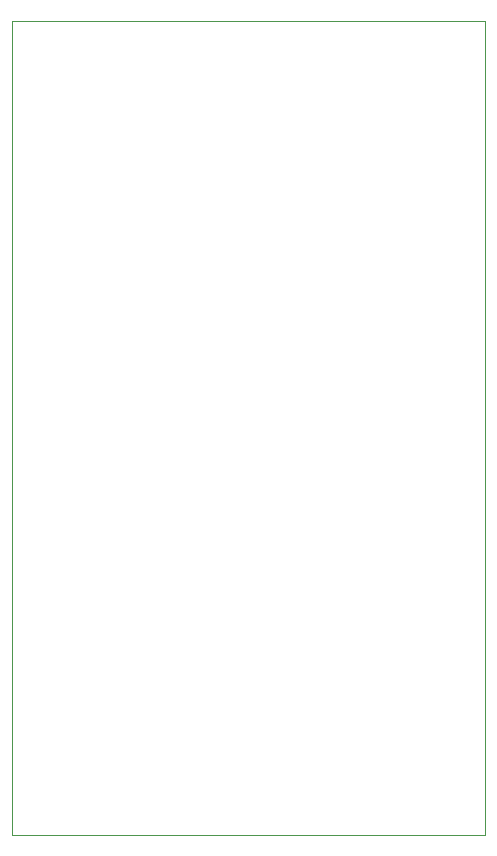
<source format=gm1>
%TF.GenerationSoftware,KiCad,Pcbnew,(6.0.2)*%
%TF.CreationDate,2022-03-21T08:59:47-06:00*%
%TF.ProjectId,carrier_board,63617272-6965-4725-9f62-6f6172642e6b,v1b*%
%TF.SameCoordinates,Original*%
%TF.FileFunction,Profile,NP*%
%FSLAX46Y46*%
G04 Gerber Fmt 4.6, Leading zero omitted, Abs format (unit mm)*
G04 Created by KiCad (PCBNEW (6.0.2)) date 2022-03-21 08:59:47*
%MOMM*%
%LPD*%
G01*
G04 APERTURE LIST*
%TA.AperFunction,Profile*%
%ADD10C,0.100000*%
%TD*%
G04 APERTURE END LIST*
D10*
X127000000Y-59000000D02*
X167000000Y-59000000D01*
X167000000Y-59000000D02*
X167000000Y-127900000D01*
X167000000Y-127900000D02*
X127000000Y-127900000D01*
X127000000Y-127900000D02*
X127000000Y-59000000D01*
M02*

</source>
